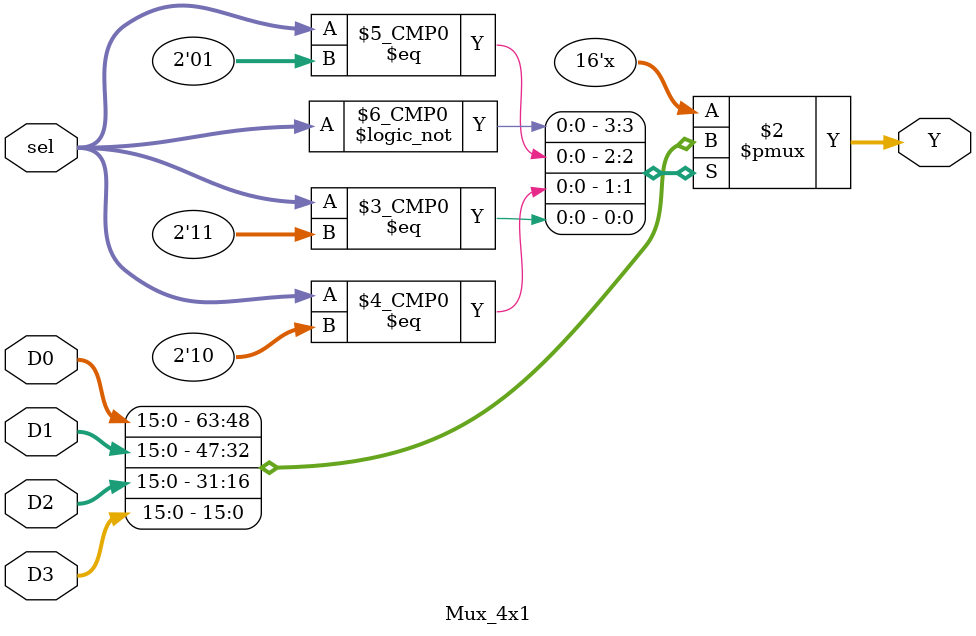
<source format=v>
`timescale 1ns / 1ps

module Mux_4x1 #(
    parameter  W = 16
)(
    input  wire [W-1:0] D0,
    input  wire [W-1:0] D1,
    input  wire [W-1:0] D2,
    input  wire [W-1:0] D3,
    input  wire [1:0]   sel,
    output reg  [W-1:0] Y
);
    always @* begin
        case (sel)
            2'b00: Y = D0;
            2'b01: Y = D1;
            2'b10: Y = D2;
            2'b11: Y = D3;
            default: Y = {W{1'b0}};
        endcase
    end
endmodule


</source>
